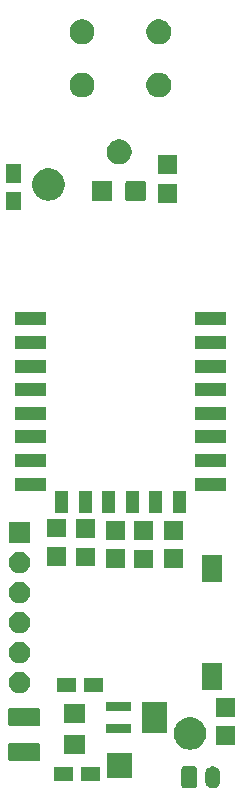
<source format=gbr>
G04 #@! TF.GenerationSoftware,KiCad,Pcbnew,(5.1.5)-1*
G04 #@! TF.CreationDate,2021-02-18T15:35:30+01:00*
G04 #@! TF.ProjectId,button,62757474-6f6e-42e6-9b69-6361645f7063,rev?*
G04 #@! TF.SameCoordinates,Original*
G04 #@! TF.FileFunction,Soldermask,Top*
G04 #@! TF.FilePolarity,Negative*
%FSLAX46Y46*%
G04 Gerber Fmt 4.6, Leading zero omitted, Abs format (unit mm)*
G04 Created by KiCad (PCBNEW (5.1.5)-1) date 2021-02-18 15:35:30*
%MOMM*%
%LPD*%
G04 APERTURE LIST*
%ADD10C,0.100000*%
G04 APERTURE END LIST*
D10*
G36*
X135057617Y-109573420D02*
G01*
X135138399Y-109597925D01*
X135180335Y-109610646D01*
X135293424Y-109671094D01*
X135392554Y-109752447D01*
X135473906Y-109851575D01*
X135534354Y-109964664D01*
X135544040Y-109996596D01*
X135571580Y-110087382D01*
X135581000Y-110183027D01*
X135581000Y-110796973D01*
X135571580Y-110892618D01*
X135544040Y-110983404D01*
X135534354Y-111015336D01*
X135473906Y-111128425D01*
X135392554Y-111227554D01*
X135293425Y-111308906D01*
X135180336Y-111369354D01*
X135148404Y-111379040D01*
X135057618Y-111406580D01*
X134930000Y-111419149D01*
X134802383Y-111406580D01*
X134711597Y-111379040D01*
X134679665Y-111369354D01*
X134566576Y-111308906D01*
X134467447Y-111227554D01*
X134386096Y-111128427D01*
X134386095Y-111128425D01*
X134325647Y-111015336D01*
X134325645Y-111015333D01*
X134313237Y-110974427D01*
X134288420Y-110892618D01*
X134279000Y-110796973D01*
X134279000Y-110183028D01*
X134288420Y-110087383D01*
X134325645Y-109964669D01*
X134325646Y-109964665D01*
X134386094Y-109851576D01*
X134467447Y-109752446D01*
X134566575Y-109671094D01*
X134679664Y-109610646D01*
X134721600Y-109597925D01*
X134802382Y-109573420D01*
X134930000Y-109560851D01*
X135057617Y-109573420D01*
G37*
G36*
X133421242Y-109568404D02*
G01*
X133458337Y-109579657D01*
X133492515Y-109597925D01*
X133522481Y-109622519D01*
X133547075Y-109652485D01*
X133565343Y-109686663D01*
X133576596Y-109723758D01*
X133581000Y-109768474D01*
X133581000Y-111211526D01*
X133576596Y-111256242D01*
X133565343Y-111293337D01*
X133547075Y-111327515D01*
X133522481Y-111357481D01*
X133492515Y-111382075D01*
X133458337Y-111400343D01*
X133421242Y-111411596D01*
X133376526Y-111416000D01*
X132483474Y-111416000D01*
X132438758Y-111411596D01*
X132401663Y-111400343D01*
X132367485Y-111382075D01*
X132337519Y-111357481D01*
X132312925Y-111327515D01*
X132294657Y-111293337D01*
X132283404Y-111256242D01*
X132279000Y-111211526D01*
X132279000Y-109768474D01*
X132283404Y-109723758D01*
X132294657Y-109686663D01*
X132312925Y-109652485D01*
X132337519Y-109622519D01*
X132367485Y-109597925D01*
X132401663Y-109579657D01*
X132438758Y-109568404D01*
X132483474Y-109564000D01*
X133376526Y-109564000D01*
X133421242Y-109568404D01*
G37*
G36*
X125351000Y-110851000D02*
G01*
X123749000Y-110851000D01*
X123749000Y-109649000D01*
X125351000Y-109649000D01*
X125351000Y-110851000D01*
G37*
G36*
X123051000Y-110851000D02*
G01*
X121449000Y-110851000D01*
X121449000Y-109649000D01*
X123051000Y-109649000D01*
X123051000Y-110851000D01*
G37*
G36*
X128051000Y-110581000D02*
G01*
X125949000Y-110581000D01*
X125949000Y-108479000D01*
X128051000Y-108479000D01*
X128051000Y-110581000D01*
G37*
G36*
X120185562Y-107608181D02*
G01*
X120220481Y-107618774D01*
X120252663Y-107635976D01*
X120280873Y-107659127D01*
X120304024Y-107687337D01*
X120321226Y-107719519D01*
X120331819Y-107754438D01*
X120336000Y-107796895D01*
X120336000Y-108938105D01*
X120331819Y-108980562D01*
X120321226Y-109015481D01*
X120304024Y-109047663D01*
X120280873Y-109075873D01*
X120252663Y-109099024D01*
X120220481Y-109116226D01*
X120185562Y-109126819D01*
X120143105Y-109131000D01*
X117776895Y-109131000D01*
X117734438Y-109126819D01*
X117699519Y-109116226D01*
X117667337Y-109099024D01*
X117639127Y-109075873D01*
X117615976Y-109047663D01*
X117598774Y-109015481D01*
X117588181Y-108980562D01*
X117584000Y-108938105D01*
X117584000Y-107796895D01*
X117588181Y-107754438D01*
X117598774Y-107719519D01*
X117615976Y-107687337D01*
X117639127Y-107659127D01*
X117667337Y-107635976D01*
X117699519Y-107618774D01*
X117734438Y-107608181D01*
X117776895Y-107604000D01*
X120143105Y-107604000D01*
X120185562Y-107608181D01*
G37*
G36*
X124111000Y-108551000D02*
G01*
X122309000Y-108551000D01*
X122309000Y-106949000D01*
X124111000Y-106949000D01*
X124111000Y-108551000D01*
G37*
G36*
X133167724Y-105416497D02*
G01*
X133394906Y-105461686D01*
X133644412Y-105565035D01*
X133868962Y-105715075D01*
X134059925Y-105906038D01*
X134209965Y-106130588D01*
X134313314Y-106380094D01*
X134366000Y-106644968D01*
X134366000Y-106915032D01*
X134313314Y-107179906D01*
X134209965Y-107429412D01*
X134059925Y-107653962D01*
X133868962Y-107844925D01*
X133644412Y-107994965D01*
X133394906Y-108098314D01*
X133167724Y-108143503D01*
X133130033Y-108151000D01*
X132859967Y-108151000D01*
X132822276Y-108143503D01*
X132595094Y-108098314D01*
X132345588Y-107994965D01*
X132121038Y-107844925D01*
X131930075Y-107653962D01*
X131780035Y-107429412D01*
X131676686Y-107179906D01*
X131624000Y-106915032D01*
X131624000Y-106644968D01*
X131676686Y-106380094D01*
X131780035Y-106130588D01*
X131930075Y-105906038D01*
X132121038Y-105715075D01*
X132345588Y-105565035D01*
X132595094Y-105461686D01*
X132822276Y-105416497D01*
X132859967Y-105409000D01*
X133130033Y-105409000D01*
X133167724Y-105416497D01*
G37*
G36*
X136791000Y-107791000D02*
G01*
X135189000Y-107791000D01*
X135189000Y-106189000D01*
X136791000Y-106189000D01*
X136791000Y-107791000D01*
G37*
G36*
X128001000Y-106756000D02*
G01*
X125899000Y-106756000D01*
X125899000Y-106004000D01*
X128001000Y-106004000D01*
X128001000Y-106756000D01*
G37*
G36*
X131051000Y-106756000D02*
G01*
X128949000Y-106756000D01*
X128949000Y-104104000D01*
X131051000Y-104104000D01*
X131051000Y-106756000D01*
G37*
G36*
X120185562Y-104633181D02*
G01*
X120220481Y-104643774D01*
X120252663Y-104660976D01*
X120280873Y-104684127D01*
X120304024Y-104712337D01*
X120321226Y-104744519D01*
X120331819Y-104779438D01*
X120336000Y-104821895D01*
X120336000Y-105963105D01*
X120331819Y-106005562D01*
X120321226Y-106040481D01*
X120304024Y-106072663D01*
X120280873Y-106100873D01*
X120252663Y-106124024D01*
X120220481Y-106141226D01*
X120185562Y-106151819D01*
X120143105Y-106156000D01*
X117776895Y-106156000D01*
X117734438Y-106151819D01*
X117699519Y-106141226D01*
X117667337Y-106124024D01*
X117639127Y-106100873D01*
X117615976Y-106072663D01*
X117598774Y-106040481D01*
X117588181Y-106005562D01*
X117584000Y-105963105D01*
X117584000Y-104821895D01*
X117588181Y-104779438D01*
X117598774Y-104744519D01*
X117615976Y-104712337D01*
X117639127Y-104684127D01*
X117667337Y-104660976D01*
X117699519Y-104643774D01*
X117734438Y-104633181D01*
X117776895Y-104629000D01*
X120143105Y-104629000D01*
X120185562Y-104633181D01*
G37*
G36*
X124111000Y-105891000D02*
G01*
X122309000Y-105891000D01*
X122309000Y-104289000D01*
X124111000Y-104289000D01*
X124111000Y-105891000D01*
G37*
G36*
X136791000Y-105391000D02*
G01*
X135189000Y-105391000D01*
X135189000Y-103789000D01*
X136791000Y-103789000D01*
X136791000Y-105391000D01*
G37*
G36*
X128001000Y-104856000D02*
G01*
X125899000Y-104856000D01*
X125899000Y-104104000D01*
X128001000Y-104104000D01*
X128001000Y-104856000D01*
G37*
G36*
X118673512Y-101573927D02*
G01*
X118822812Y-101603624D01*
X118986784Y-101671544D01*
X119134354Y-101770147D01*
X119259853Y-101895646D01*
X119358456Y-102043216D01*
X119426376Y-102207188D01*
X119461000Y-102381259D01*
X119461000Y-102558741D01*
X119426376Y-102732812D01*
X119358456Y-102896784D01*
X119259853Y-103044354D01*
X119134354Y-103169853D01*
X118986784Y-103268456D01*
X118822812Y-103336376D01*
X118673512Y-103366073D01*
X118648742Y-103371000D01*
X118471258Y-103371000D01*
X118446488Y-103366073D01*
X118297188Y-103336376D01*
X118133216Y-103268456D01*
X117985646Y-103169853D01*
X117860147Y-103044354D01*
X117761544Y-102896784D01*
X117693624Y-102732812D01*
X117659000Y-102558741D01*
X117659000Y-102381259D01*
X117693624Y-102207188D01*
X117761544Y-102043216D01*
X117860147Y-101895646D01*
X117985646Y-101770147D01*
X118133216Y-101671544D01*
X118297188Y-101603624D01*
X118446488Y-101573927D01*
X118471258Y-101569000D01*
X118648742Y-101569000D01*
X118673512Y-101573927D01*
G37*
G36*
X125651000Y-103261000D02*
G01*
X124049000Y-103261000D01*
X124049000Y-102059000D01*
X125651000Y-102059000D01*
X125651000Y-103261000D01*
G37*
G36*
X123351000Y-103261000D02*
G01*
X121749000Y-103261000D01*
X121749000Y-102059000D01*
X123351000Y-102059000D01*
X123351000Y-103261000D01*
G37*
G36*
X135741000Y-103121000D02*
G01*
X134039000Y-103121000D01*
X134039000Y-100839000D01*
X135741000Y-100839000D01*
X135741000Y-103121000D01*
G37*
G36*
X118673512Y-99033927D02*
G01*
X118822812Y-99063624D01*
X118986784Y-99131544D01*
X119134354Y-99230147D01*
X119259853Y-99355646D01*
X119358456Y-99503216D01*
X119426376Y-99667188D01*
X119461000Y-99841259D01*
X119461000Y-100018741D01*
X119426376Y-100192812D01*
X119358456Y-100356784D01*
X119259853Y-100504354D01*
X119134354Y-100629853D01*
X118986784Y-100728456D01*
X118822812Y-100796376D01*
X118673512Y-100826073D01*
X118648742Y-100831000D01*
X118471258Y-100831000D01*
X118446488Y-100826073D01*
X118297188Y-100796376D01*
X118133216Y-100728456D01*
X117985646Y-100629853D01*
X117860147Y-100504354D01*
X117761544Y-100356784D01*
X117693624Y-100192812D01*
X117659000Y-100018741D01*
X117659000Y-99841259D01*
X117693624Y-99667188D01*
X117761544Y-99503216D01*
X117860147Y-99355646D01*
X117985646Y-99230147D01*
X118133216Y-99131544D01*
X118297188Y-99063624D01*
X118446488Y-99033927D01*
X118471258Y-99029000D01*
X118648742Y-99029000D01*
X118673512Y-99033927D01*
G37*
G36*
X118673512Y-96493927D02*
G01*
X118822812Y-96523624D01*
X118986784Y-96591544D01*
X119134354Y-96690147D01*
X119259853Y-96815646D01*
X119358456Y-96963216D01*
X119426376Y-97127188D01*
X119461000Y-97301259D01*
X119461000Y-97478741D01*
X119426376Y-97652812D01*
X119358456Y-97816784D01*
X119259853Y-97964354D01*
X119134354Y-98089853D01*
X118986784Y-98188456D01*
X118822812Y-98256376D01*
X118673512Y-98286073D01*
X118648742Y-98291000D01*
X118471258Y-98291000D01*
X118446488Y-98286073D01*
X118297188Y-98256376D01*
X118133216Y-98188456D01*
X117985646Y-98089853D01*
X117860147Y-97964354D01*
X117761544Y-97816784D01*
X117693624Y-97652812D01*
X117659000Y-97478741D01*
X117659000Y-97301259D01*
X117693624Y-97127188D01*
X117761544Y-96963216D01*
X117860147Y-96815646D01*
X117985646Y-96690147D01*
X118133216Y-96591544D01*
X118297188Y-96523624D01*
X118446488Y-96493927D01*
X118471258Y-96489000D01*
X118648742Y-96489000D01*
X118673512Y-96493927D01*
G37*
G36*
X118673512Y-93953927D02*
G01*
X118822812Y-93983624D01*
X118986784Y-94051544D01*
X119134354Y-94150147D01*
X119259853Y-94275646D01*
X119358456Y-94423216D01*
X119426376Y-94587188D01*
X119461000Y-94761259D01*
X119461000Y-94938741D01*
X119426376Y-95112812D01*
X119358456Y-95276784D01*
X119259853Y-95424354D01*
X119134354Y-95549853D01*
X118986784Y-95648456D01*
X118822812Y-95716376D01*
X118673512Y-95746073D01*
X118648742Y-95751000D01*
X118471258Y-95751000D01*
X118446488Y-95746073D01*
X118297188Y-95716376D01*
X118133216Y-95648456D01*
X117985646Y-95549853D01*
X117860147Y-95424354D01*
X117761544Y-95276784D01*
X117693624Y-95112812D01*
X117659000Y-94938741D01*
X117659000Y-94761259D01*
X117693624Y-94587188D01*
X117761544Y-94423216D01*
X117860147Y-94275646D01*
X117985646Y-94150147D01*
X118133216Y-94051544D01*
X118297188Y-93983624D01*
X118446488Y-93953927D01*
X118471258Y-93949000D01*
X118648742Y-93949000D01*
X118673512Y-93953927D01*
G37*
G36*
X135741000Y-93941000D02*
G01*
X134039000Y-93941000D01*
X134039000Y-91659000D01*
X135741000Y-91659000D01*
X135741000Y-93941000D01*
G37*
G36*
X118673512Y-91413927D02*
G01*
X118822812Y-91443624D01*
X118986784Y-91511544D01*
X119134354Y-91610147D01*
X119259853Y-91735646D01*
X119358456Y-91883216D01*
X119426376Y-92047188D01*
X119461000Y-92221259D01*
X119461000Y-92398741D01*
X119426376Y-92572812D01*
X119358456Y-92736784D01*
X119259853Y-92884354D01*
X119134354Y-93009853D01*
X118986784Y-93108456D01*
X118822812Y-93176376D01*
X118673512Y-93206073D01*
X118648742Y-93211000D01*
X118471258Y-93211000D01*
X118446488Y-93206073D01*
X118297188Y-93176376D01*
X118133216Y-93108456D01*
X117985646Y-93009853D01*
X117860147Y-92884354D01*
X117761544Y-92736784D01*
X117693624Y-92572812D01*
X117659000Y-92398741D01*
X117659000Y-92221259D01*
X117693624Y-92047188D01*
X117761544Y-91883216D01*
X117860147Y-91735646D01*
X117985646Y-91610147D01*
X118133216Y-91511544D01*
X118297188Y-91443624D01*
X118446488Y-91413927D01*
X118471258Y-91409000D01*
X118648742Y-91409000D01*
X118673512Y-91413927D01*
G37*
G36*
X129881000Y-92821000D02*
G01*
X128279000Y-92821000D01*
X128279000Y-91219000D01*
X129881000Y-91219000D01*
X129881000Y-92821000D01*
G37*
G36*
X127511000Y-92811000D02*
G01*
X125909000Y-92811000D01*
X125909000Y-91209000D01*
X127511000Y-91209000D01*
X127511000Y-92811000D01*
G37*
G36*
X132411000Y-92801000D02*
G01*
X130809000Y-92801000D01*
X130809000Y-91199000D01*
X132411000Y-91199000D01*
X132411000Y-92801000D01*
G37*
G36*
X124981000Y-92651000D02*
G01*
X123379000Y-92651000D01*
X123379000Y-91049000D01*
X124981000Y-91049000D01*
X124981000Y-92651000D01*
G37*
G36*
X122531000Y-92591000D02*
G01*
X120929000Y-92591000D01*
X120929000Y-90989000D01*
X122531000Y-90989000D01*
X122531000Y-92591000D01*
G37*
G36*
X119461000Y-90671000D02*
G01*
X117659000Y-90671000D01*
X117659000Y-88869000D01*
X119461000Y-88869000D01*
X119461000Y-90671000D01*
G37*
G36*
X129881000Y-90421000D02*
G01*
X128279000Y-90421000D01*
X128279000Y-88819000D01*
X129881000Y-88819000D01*
X129881000Y-90421000D01*
G37*
G36*
X127511000Y-90411000D02*
G01*
X125909000Y-90411000D01*
X125909000Y-88809000D01*
X127511000Y-88809000D01*
X127511000Y-90411000D01*
G37*
G36*
X132411000Y-90401000D02*
G01*
X130809000Y-90401000D01*
X130809000Y-88799000D01*
X132411000Y-88799000D01*
X132411000Y-90401000D01*
G37*
G36*
X124981000Y-90251000D02*
G01*
X123379000Y-90251000D01*
X123379000Y-88649000D01*
X124981000Y-88649000D01*
X124981000Y-90251000D01*
G37*
G36*
X122531000Y-90191000D02*
G01*
X120929000Y-90191000D01*
X120929000Y-88589000D01*
X122531000Y-88589000D01*
X122531000Y-90191000D01*
G37*
G36*
X130661000Y-88131000D02*
G01*
X129559000Y-88131000D01*
X129559000Y-86229000D01*
X130661000Y-86229000D01*
X130661000Y-88131000D01*
G37*
G36*
X132661000Y-88131000D02*
G01*
X131559000Y-88131000D01*
X131559000Y-86229000D01*
X132661000Y-86229000D01*
X132661000Y-88131000D01*
G37*
G36*
X122661000Y-88131000D02*
G01*
X121559000Y-88131000D01*
X121559000Y-86229000D01*
X122661000Y-86229000D01*
X122661000Y-88131000D01*
G37*
G36*
X124661000Y-88131000D02*
G01*
X123559000Y-88131000D01*
X123559000Y-86229000D01*
X124661000Y-86229000D01*
X124661000Y-88131000D01*
G37*
G36*
X126661000Y-88131000D02*
G01*
X125559000Y-88131000D01*
X125559000Y-86229000D01*
X126661000Y-86229000D01*
X126661000Y-88131000D01*
G37*
G36*
X128661000Y-88131000D02*
G01*
X127559000Y-88131000D01*
X127559000Y-86229000D01*
X128661000Y-86229000D01*
X128661000Y-88131000D01*
G37*
G36*
X120811000Y-86231000D02*
G01*
X118209000Y-86231000D01*
X118209000Y-85129000D01*
X120811000Y-85129000D01*
X120811000Y-86231000D01*
G37*
G36*
X136011000Y-86231000D02*
G01*
X133409000Y-86231000D01*
X133409000Y-85129000D01*
X136011000Y-85129000D01*
X136011000Y-86231000D01*
G37*
G36*
X120811000Y-84231000D02*
G01*
X118209000Y-84231000D01*
X118209000Y-83129000D01*
X120811000Y-83129000D01*
X120811000Y-84231000D01*
G37*
G36*
X136011000Y-84231000D02*
G01*
X133409000Y-84231000D01*
X133409000Y-83129000D01*
X136011000Y-83129000D01*
X136011000Y-84231000D01*
G37*
G36*
X120811000Y-82231000D02*
G01*
X118209000Y-82231000D01*
X118209000Y-81129000D01*
X120811000Y-81129000D01*
X120811000Y-82231000D01*
G37*
G36*
X136011000Y-82231000D02*
G01*
X133409000Y-82231000D01*
X133409000Y-81129000D01*
X136011000Y-81129000D01*
X136011000Y-82231000D01*
G37*
G36*
X136011000Y-80231000D02*
G01*
X133409000Y-80231000D01*
X133409000Y-79129000D01*
X136011000Y-79129000D01*
X136011000Y-80231000D01*
G37*
G36*
X120811000Y-80231000D02*
G01*
X118209000Y-80231000D01*
X118209000Y-79129000D01*
X120811000Y-79129000D01*
X120811000Y-80231000D01*
G37*
G36*
X120811000Y-78231000D02*
G01*
X118209000Y-78231000D01*
X118209000Y-77129000D01*
X120811000Y-77129000D01*
X120811000Y-78231000D01*
G37*
G36*
X136011000Y-78231000D02*
G01*
X133409000Y-78231000D01*
X133409000Y-77129000D01*
X136011000Y-77129000D01*
X136011000Y-78231000D01*
G37*
G36*
X120811000Y-76231000D02*
G01*
X118209000Y-76231000D01*
X118209000Y-75129000D01*
X120811000Y-75129000D01*
X120811000Y-76231000D01*
G37*
G36*
X136011000Y-76231000D02*
G01*
X133409000Y-76231000D01*
X133409000Y-75129000D01*
X136011000Y-75129000D01*
X136011000Y-76231000D01*
G37*
G36*
X136011000Y-74231000D02*
G01*
X133409000Y-74231000D01*
X133409000Y-73129000D01*
X136011000Y-73129000D01*
X136011000Y-74231000D01*
G37*
G36*
X120811000Y-74231000D02*
G01*
X118209000Y-74231000D01*
X118209000Y-73129000D01*
X120811000Y-73129000D01*
X120811000Y-74231000D01*
G37*
G36*
X136011000Y-72231000D02*
G01*
X133409000Y-72231000D01*
X133409000Y-71129000D01*
X136011000Y-71129000D01*
X136011000Y-72231000D01*
G37*
G36*
X120811000Y-72231000D02*
G01*
X118209000Y-72231000D01*
X118209000Y-71129000D01*
X120811000Y-71129000D01*
X120811000Y-72231000D01*
G37*
G36*
X118651000Y-62511000D02*
G01*
X117449000Y-62511000D01*
X117449000Y-60909000D01*
X118651000Y-60909000D01*
X118651000Y-62511000D01*
G37*
G36*
X131891000Y-61851000D02*
G01*
X130289000Y-61851000D01*
X130289000Y-60249000D01*
X131891000Y-60249000D01*
X131891000Y-61851000D01*
G37*
G36*
X126240997Y-59978051D02*
G01*
X126274652Y-59988261D01*
X126305665Y-60004838D01*
X126332851Y-60027149D01*
X126355162Y-60054335D01*
X126371739Y-60085348D01*
X126381949Y-60119003D01*
X126386000Y-60160138D01*
X126386000Y-61539862D01*
X126381949Y-61580997D01*
X126371739Y-61614652D01*
X126355162Y-61645665D01*
X126332851Y-61672851D01*
X126305665Y-61695162D01*
X126274652Y-61711739D01*
X126240997Y-61721949D01*
X126199862Y-61726000D01*
X124870138Y-61726000D01*
X124829003Y-61721949D01*
X124795348Y-61711739D01*
X124764335Y-61695162D01*
X124737149Y-61672851D01*
X124714838Y-61645665D01*
X124698261Y-61614652D01*
X124688051Y-61580997D01*
X124684000Y-61539862D01*
X124684000Y-60160138D01*
X124688051Y-60119003D01*
X124698261Y-60085348D01*
X124714838Y-60054335D01*
X124737149Y-60027149D01*
X124764335Y-60004838D01*
X124795348Y-59988261D01*
X124829003Y-59978051D01*
X124870138Y-59974000D01*
X126199862Y-59974000D01*
X126240997Y-59978051D01*
G37*
G36*
X129090997Y-59978051D02*
G01*
X129124652Y-59988261D01*
X129155665Y-60004838D01*
X129182851Y-60027149D01*
X129205162Y-60054335D01*
X129221739Y-60085348D01*
X129231949Y-60119003D01*
X129236000Y-60160138D01*
X129236000Y-61539862D01*
X129231949Y-61580997D01*
X129221739Y-61614652D01*
X129205162Y-61645665D01*
X129182851Y-61672851D01*
X129155665Y-61695162D01*
X129124652Y-61711739D01*
X129090997Y-61721949D01*
X129049862Y-61726000D01*
X127720138Y-61726000D01*
X127679003Y-61721949D01*
X127645348Y-61711739D01*
X127614335Y-61695162D01*
X127587149Y-61672851D01*
X127564838Y-61645665D01*
X127548261Y-61614652D01*
X127538051Y-61580997D01*
X127534000Y-61539862D01*
X127534000Y-60160138D01*
X127538051Y-60119003D01*
X127548261Y-60085348D01*
X127564838Y-60054335D01*
X127587149Y-60027149D01*
X127614335Y-60004838D01*
X127645348Y-59988261D01*
X127679003Y-59978051D01*
X127720138Y-59974000D01*
X129049862Y-59974000D01*
X129090997Y-59978051D01*
G37*
G36*
X121177724Y-58936497D02*
G01*
X121404906Y-58981686D01*
X121654412Y-59085035D01*
X121878962Y-59235075D01*
X122069925Y-59426038D01*
X122219965Y-59650588D01*
X122323314Y-59900094D01*
X122376000Y-60164968D01*
X122376000Y-60435032D01*
X122323314Y-60699906D01*
X122219965Y-60949412D01*
X122069925Y-61173962D01*
X121878962Y-61364925D01*
X121654412Y-61514965D01*
X121404906Y-61618314D01*
X121177724Y-61663503D01*
X121140033Y-61671000D01*
X120869967Y-61671000D01*
X120832276Y-61663503D01*
X120605094Y-61618314D01*
X120355588Y-61514965D01*
X120131038Y-61364925D01*
X119940075Y-61173962D01*
X119790035Y-60949412D01*
X119686686Y-60699906D01*
X119634000Y-60435032D01*
X119634000Y-60164968D01*
X119686686Y-59900094D01*
X119790035Y-59650588D01*
X119940075Y-59426038D01*
X120131038Y-59235075D01*
X120355588Y-59085035D01*
X120605094Y-58981686D01*
X120832276Y-58936497D01*
X120869967Y-58929000D01*
X121140033Y-58929000D01*
X121177724Y-58936497D01*
G37*
G36*
X118651000Y-60211000D02*
G01*
X117449000Y-60211000D01*
X117449000Y-58609000D01*
X118651000Y-58609000D01*
X118651000Y-60211000D01*
G37*
G36*
X131891000Y-59451000D02*
G01*
X130289000Y-59451000D01*
X130289000Y-57849000D01*
X131891000Y-57849000D01*
X131891000Y-59451000D01*
G37*
G36*
X127306564Y-56529389D02*
G01*
X127497833Y-56608615D01*
X127497835Y-56608616D01*
X127669973Y-56723635D01*
X127816365Y-56870027D01*
X127931385Y-57042167D01*
X128010611Y-57233436D01*
X128051000Y-57436484D01*
X128051000Y-57643516D01*
X128010611Y-57846564D01*
X127931385Y-58037833D01*
X127931384Y-58037835D01*
X127816365Y-58209973D01*
X127669973Y-58356365D01*
X127497835Y-58471384D01*
X127497834Y-58471385D01*
X127497833Y-58471385D01*
X127306564Y-58550611D01*
X127103516Y-58591000D01*
X126896484Y-58591000D01*
X126693436Y-58550611D01*
X126502167Y-58471385D01*
X126502166Y-58471385D01*
X126502165Y-58471384D01*
X126330027Y-58356365D01*
X126183635Y-58209973D01*
X126068616Y-58037835D01*
X126068615Y-58037833D01*
X125989389Y-57846564D01*
X125949000Y-57643516D01*
X125949000Y-57436484D01*
X125989389Y-57233436D01*
X126068615Y-57042167D01*
X126183635Y-56870027D01*
X126330027Y-56723635D01*
X126502165Y-56608616D01*
X126502167Y-56608615D01*
X126693436Y-56529389D01*
X126896484Y-56489000D01*
X127103516Y-56489000D01*
X127306564Y-56529389D01*
G37*
G36*
X130656564Y-50869389D02*
G01*
X130847833Y-50948615D01*
X130847835Y-50948616D01*
X131019973Y-51063635D01*
X131166365Y-51210027D01*
X131281385Y-51382167D01*
X131360611Y-51573436D01*
X131401000Y-51776484D01*
X131401000Y-51983516D01*
X131360611Y-52186564D01*
X131281385Y-52377833D01*
X131281384Y-52377835D01*
X131166365Y-52549973D01*
X131019973Y-52696365D01*
X130847835Y-52811384D01*
X130847834Y-52811385D01*
X130847833Y-52811385D01*
X130656564Y-52890611D01*
X130453516Y-52931000D01*
X130246484Y-52931000D01*
X130043436Y-52890611D01*
X129852167Y-52811385D01*
X129852166Y-52811385D01*
X129852165Y-52811384D01*
X129680027Y-52696365D01*
X129533635Y-52549973D01*
X129418616Y-52377835D01*
X129418615Y-52377833D01*
X129339389Y-52186564D01*
X129299000Y-51983516D01*
X129299000Y-51776484D01*
X129339389Y-51573436D01*
X129418615Y-51382167D01*
X129533635Y-51210027D01*
X129680027Y-51063635D01*
X129852165Y-50948616D01*
X129852167Y-50948615D01*
X130043436Y-50869389D01*
X130246484Y-50829000D01*
X130453516Y-50829000D01*
X130656564Y-50869389D01*
G37*
G36*
X124156564Y-50869389D02*
G01*
X124347833Y-50948615D01*
X124347835Y-50948616D01*
X124519973Y-51063635D01*
X124666365Y-51210027D01*
X124781385Y-51382167D01*
X124860611Y-51573436D01*
X124901000Y-51776484D01*
X124901000Y-51983516D01*
X124860611Y-52186564D01*
X124781385Y-52377833D01*
X124781384Y-52377835D01*
X124666365Y-52549973D01*
X124519973Y-52696365D01*
X124347835Y-52811384D01*
X124347834Y-52811385D01*
X124347833Y-52811385D01*
X124156564Y-52890611D01*
X123953516Y-52931000D01*
X123746484Y-52931000D01*
X123543436Y-52890611D01*
X123352167Y-52811385D01*
X123352166Y-52811385D01*
X123352165Y-52811384D01*
X123180027Y-52696365D01*
X123033635Y-52549973D01*
X122918616Y-52377835D01*
X122918615Y-52377833D01*
X122839389Y-52186564D01*
X122799000Y-51983516D01*
X122799000Y-51776484D01*
X122839389Y-51573436D01*
X122918615Y-51382167D01*
X123033635Y-51210027D01*
X123180027Y-51063635D01*
X123352165Y-50948616D01*
X123352167Y-50948615D01*
X123543436Y-50869389D01*
X123746484Y-50829000D01*
X123953516Y-50829000D01*
X124156564Y-50869389D01*
G37*
G36*
X130656564Y-46369389D02*
G01*
X130847833Y-46448615D01*
X130847835Y-46448616D01*
X131019973Y-46563635D01*
X131166365Y-46710027D01*
X131281385Y-46882167D01*
X131360611Y-47073436D01*
X131401000Y-47276484D01*
X131401000Y-47483516D01*
X131360611Y-47686564D01*
X131281385Y-47877833D01*
X131281384Y-47877835D01*
X131166365Y-48049973D01*
X131019973Y-48196365D01*
X130847835Y-48311384D01*
X130847834Y-48311385D01*
X130847833Y-48311385D01*
X130656564Y-48390611D01*
X130453516Y-48431000D01*
X130246484Y-48431000D01*
X130043436Y-48390611D01*
X129852167Y-48311385D01*
X129852166Y-48311385D01*
X129852165Y-48311384D01*
X129680027Y-48196365D01*
X129533635Y-48049973D01*
X129418616Y-47877835D01*
X129418615Y-47877833D01*
X129339389Y-47686564D01*
X129299000Y-47483516D01*
X129299000Y-47276484D01*
X129339389Y-47073436D01*
X129418615Y-46882167D01*
X129533635Y-46710027D01*
X129680027Y-46563635D01*
X129852165Y-46448616D01*
X129852167Y-46448615D01*
X130043436Y-46369389D01*
X130246484Y-46329000D01*
X130453516Y-46329000D01*
X130656564Y-46369389D01*
G37*
G36*
X124156564Y-46369389D02*
G01*
X124347833Y-46448615D01*
X124347835Y-46448616D01*
X124519973Y-46563635D01*
X124666365Y-46710027D01*
X124781385Y-46882167D01*
X124860611Y-47073436D01*
X124901000Y-47276484D01*
X124901000Y-47483516D01*
X124860611Y-47686564D01*
X124781385Y-47877833D01*
X124781384Y-47877835D01*
X124666365Y-48049973D01*
X124519973Y-48196365D01*
X124347835Y-48311384D01*
X124347834Y-48311385D01*
X124347833Y-48311385D01*
X124156564Y-48390611D01*
X123953516Y-48431000D01*
X123746484Y-48431000D01*
X123543436Y-48390611D01*
X123352167Y-48311385D01*
X123352166Y-48311385D01*
X123352165Y-48311384D01*
X123180027Y-48196365D01*
X123033635Y-48049973D01*
X122918616Y-47877835D01*
X122918615Y-47877833D01*
X122839389Y-47686564D01*
X122799000Y-47483516D01*
X122799000Y-47276484D01*
X122839389Y-47073436D01*
X122918615Y-46882167D01*
X123033635Y-46710027D01*
X123180027Y-46563635D01*
X123352165Y-46448616D01*
X123352167Y-46448615D01*
X123543436Y-46369389D01*
X123746484Y-46329000D01*
X123953516Y-46329000D01*
X124156564Y-46369389D01*
G37*
M02*

</source>
